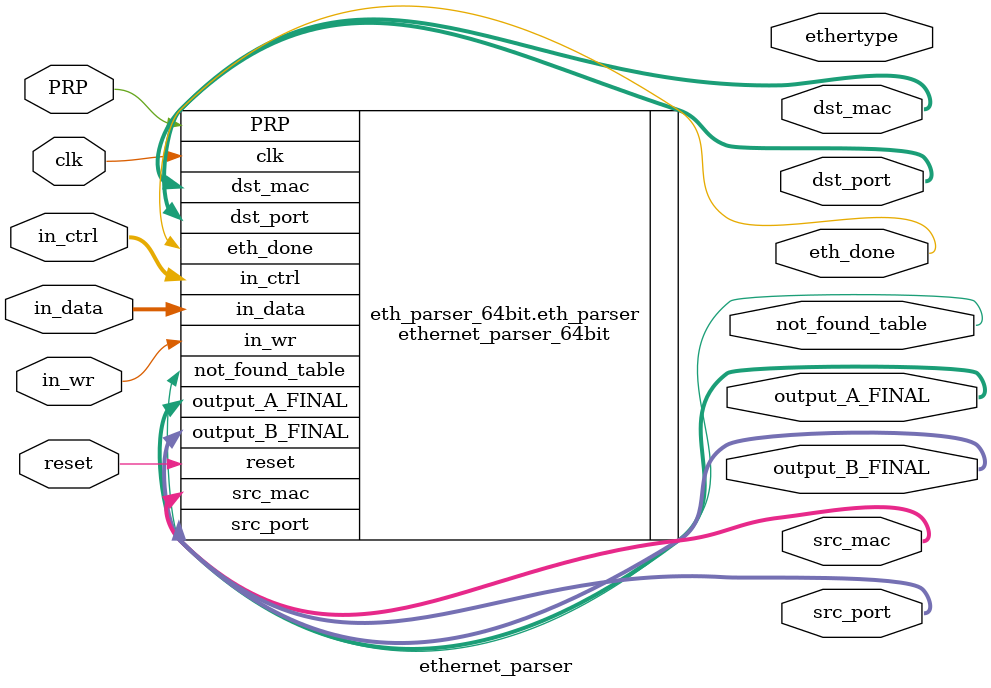
<source format=sv>
`timescale 1ns/1ps
  module ethernet_parser
    #(parameter DATA_WIDTH = 64,
      parameter CTRL_WIDTH=DATA_WIDTH/8,
      parameter NUM_IQ_BITS = 3,
      parameter INPUT_ARBITER_STAGE_NUM = 2
      )
   (// --- Interface to the previous stage
    input  [DATA_WIDTH-1:0]            in_data,
    input  [CTRL_WIDTH-1:0]            in_ctrl,
    input                              in_wr,

    // --- Interface to output_port_lookup
    output [47:0]                      dst_mac,
    output [47:0]                      src_mac,
    output [15:0]                      ethertype,
    output                             eth_done,
    output [NUM_IQ_BITS-1:0]           src_port,
    output [DATA_WIDTH-1:0]            output_A_FINAL,
    output [DATA_WIDTH-1:0]            output_B_FINAL,
    output [NUM_IQ_BITS-1:0]           dst_port,
    output                             not_found_table,

    // --- Misc
    input                              PRP,
    input                              reset,
    input                              clk
   );

   generate
   genvar i;
   if(DATA_WIDTH==64) begin: eth_parser_64bit
      ethernet_parser_64bit
	#(
	  .NUM_IQ_BITS(NUM_IQ_BITS),
	  .INPUT_ARBITER_STAGE_NUM(INPUT_ARBITER_STAGE_NUM))
         eth_parser
	   (.in_data(in_data),
	    .in_ctrl(in_ctrl),
	    .in_wr(in_wr),
	    .dst_mac (dst_mac),
	    .src_mac(src_mac),
	    //.ethertype (ethertype),
	    .eth_done (eth_done),
	    .src_port(src_port),
      .output_A_FINAL(output_A_FINAL),
      .output_B_FINAL(output_B_FINAL),
      .dst_port(dst_port),
      .not_found_table(not_found_table),
      .PRP(PRP),
	    .reset(reset),
	    .clk(clk));
   end // block: eth_parser_64bit
   else if(DATA_WIDTH==32) begin: eth_parser_32bit
      ethernet_parser_32bit
	#(
	  .NUM_IQ_BITS(NUM_IQ_BITS),
	  .INPUT_ARBITER_STAGE_NUM(INPUT_ARBITER_STAGE_NUM))
         eth_parser
	   (.in_data(in_data),
	    .in_ctrl(in_ctrl),
	    .in_wr(in_wr),
	    .dst_mac (dst_mac),
	    .src_mac(src_mac),
	    .ethertype (ethertype),
	    .eth_done (eth_done),
	    .src_port(src_port),
	    .reset(reset),
	    .clk(clk));
   end // block: eth_parser_32bit
   endgenerate



endmodule // ethernet_parser_64bit

</source>
